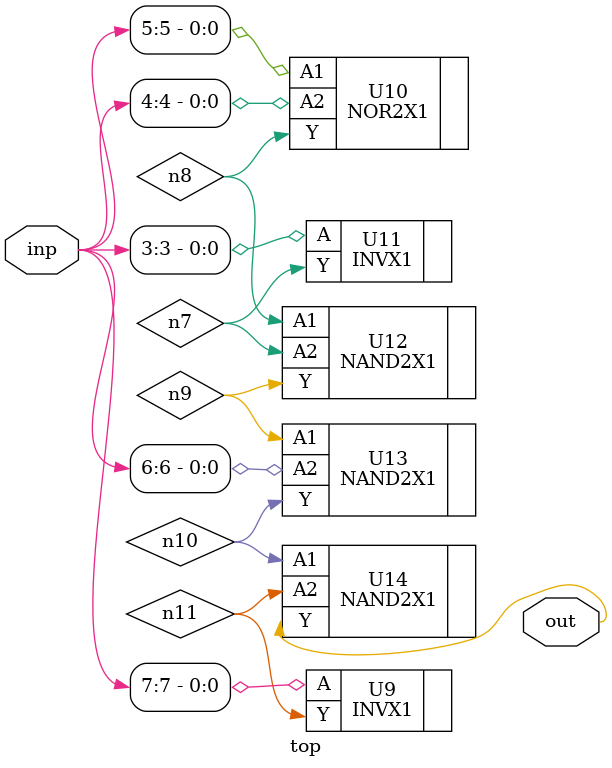
<source format=sv>


module top ( inp, out );
  input [7:0] inp;
  output out;
  wire   n7, n8, n9, n10, n11;

  INVX1 U9 ( .A(inp[7]), .Y(n11) );
  NOR2X1 U10 ( .A1(inp[5]), .A2(inp[4]), .Y(n8) );
  INVX1 U11 ( .A(inp[3]), .Y(n7) );
  NAND2X1 U12 ( .A1(n8), .A2(n7), .Y(n9) );
  NAND2X1 U13 ( .A1(n9), .A2(inp[6]), .Y(n10) );
  NAND2X1 U14 ( .A1(n10), .A2(n11), .Y(out) );
endmodule


</source>
